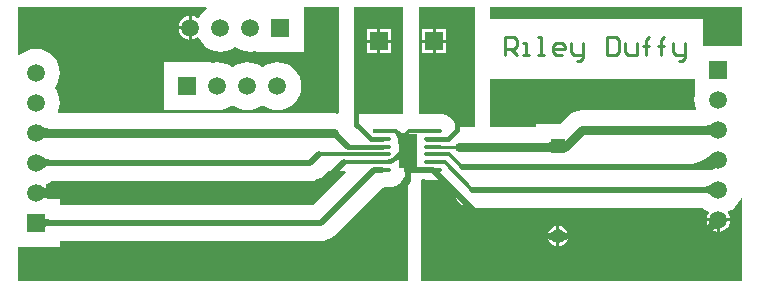
<source format=gtl>
%FSLAX25Y25*%
%MOIN*%
G70*
G01*
G75*
G04 Layer_Physical_Order=1*
G04 Layer_Color=255*
%ADD10C,0.02000*%
%ADD11C,0.01200*%
%ADD12C,0.03000*%
%ADD13R,0.06000X0.06000*%
%ADD14R,0.06496X0.11201*%
%ADD15O,0.05906X0.01654*%
%ADD16R,0.05906X0.01654*%
%ADD17C,0.01000*%
%ADD18C,0.01500*%
%ADD19R,0.05906X0.05906*%
%ADD20C,0.05906*%
%ADD21R,0.04724X0.04724*%
%ADD22C,0.04724*%
%ADD23R,0.05906X0.05906*%
G36*
X246500Y443327D02*
X231547D01*
Y438181D01*
X230845D01*
X230000Y439026D01*
Y478953D01*
X246500D01*
Y443327D01*
D02*
G37*
G36*
X270240Y438913D02*
X264882D01*
X264235Y438849D01*
X263964Y439741D01*
X263423Y440753D01*
X262695Y441640D01*
X261808Y442368D01*
X260796Y442909D01*
X259697Y443243D01*
X258555Y443355D01*
X254303D01*
X253161Y443243D01*
X252851Y443148D01*
X251700D01*
X251543Y443327D01*
Y478953D01*
X270240D01*
Y438913D01*
D02*
G37*
G36*
X359453Y465953D02*
X346481D01*
Y474998D01*
X275283D01*
Y478953D01*
X359453D01*
Y465953D01*
D02*
G37*
G36*
X227186Y423712D02*
X216503Y413029D01*
X131953D01*
Y414953D01*
X127880D01*
X127603Y415369D01*
X127851Y415968D01*
X127921Y416500D01*
X124000D01*
Y417500D01*
X127921D01*
X127851Y418032D01*
X127453Y418993D01*
X127234Y419279D01*
X127339Y419767D01*
X128440Y420356D01*
X129190Y420971D01*
X215500D01*
X216676Y421087D01*
X217807Y421430D01*
X217807Y421430D01*
X217807Y421430D01*
X218849Y421987D01*
X219763Y422737D01*
X219763Y422737D01*
X219763Y422737D01*
X221201Y424174D01*
X226995D01*
X227186Y423712D01*
D02*
G37*
G36*
X248000Y387547D02*
X118047D01*
Y399047D01*
X131953D01*
Y400971D01*
X219000D01*
X220176Y401087D01*
X221307Y401430D01*
X222350Y401987D01*
X223263Y402737D01*
X239202Y418676D01*
X239500D01*
X240676Y418791D01*
X240868Y418850D01*
X241626D01*
X242768Y418962D01*
X243867Y419295D01*
X244879Y419837D01*
X245048Y419975D01*
D01*
X245766Y420565D01*
X246494Y421452D01*
X247035Y422464D01*
X247368Y423562D01*
X247451Y424400D01*
X248000D01*
Y387547D01*
D02*
G37*
G36*
X224957Y443760D02*
X224586Y443424D01*
X223500Y443532D01*
X131629D01*
X131383Y443942D01*
X131838Y445441D01*
X131991Y447000D01*
X131838Y448559D01*
X131383Y450058D01*
X130645Y451440D01*
X130185Y452000D01*
X130645Y452560D01*
X131383Y453942D01*
X131838Y455441D01*
X131991Y457000D01*
X131838Y458559D01*
X131383Y460058D01*
X130645Y461440D01*
X129651Y462651D01*
X128440Y463645D01*
X127058Y464383D01*
X125559Y464838D01*
X124000Y464991D01*
X122441Y464838D01*
X120942Y464383D01*
X119560Y463645D01*
X118500Y462774D01*
X118047Y462988D01*
Y477502D01*
Y478953D01*
X180694D01*
X180862Y478482D01*
X179849Y477651D01*
X178856Y476440D01*
X178267Y475339D01*
X177779Y475234D01*
X177493Y475453D01*
X176532Y475851D01*
X176000Y475921D01*
Y472000D01*
Y468079D01*
X176532Y468149D01*
X177493Y468547D01*
X177779Y468766D01*
X178267Y468661D01*
X178856Y467560D01*
X179849Y466349D01*
X181060Y465355D01*
X182442Y464617D01*
X183941Y464162D01*
X185500Y464009D01*
X187059Y464162D01*
X188558Y464617D01*
X189940Y465355D01*
X190500Y465815D01*
X191060Y465355D01*
X192442Y464617D01*
X193941Y464162D01*
X195500Y464009D01*
X197059Y464162D01*
X197295Y464234D01*
X197547Y464047D01*
Y464047D01*
X213453D01*
Y477873D01*
Y478953D01*
X224957D01*
Y443760D01*
D02*
G37*
G36*
X343547Y450047D02*
X343547D01*
X343734Y449795D01*
X343662Y449559D01*
X343509Y448000D01*
X343662Y446441D01*
X344117Y444942D01*
X343871Y444531D01*
X306000D01*
X304726Y444406D01*
X303501Y444034D01*
X302371Y443431D01*
X301382Y442618D01*
X298625Y439862D01*
X290638D01*
Y438913D01*
X275283D01*
Y455001D01*
X343547D01*
Y450047D01*
D02*
G37*
G36*
X253161Y421521D02*
X254303Y421409D01*
X258103D01*
X264057Y415455D01*
X264487Y414650D01*
X265237Y413737D01*
X266150Y412987D01*
X267193Y412430D01*
X268324Y412087D01*
X269500Y411971D01*
X346310D01*
X347060Y411355D01*
X348161Y410767D01*
X348266Y410279D01*
X348047Y409993D01*
X347649Y409032D01*
X347579Y408500D01*
X355421D01*
X355351Y409032D01*
X354953Y409993D01*
X354734Y410279D01*
X354839Y410767D01*
X355940Y411355D01*
X357151Y412349D01*
X358144Y413560D01*
X358883Y414942D01*
X358958Y415189D01*
X359453Y415116D01*
Y387547D01*
X252492D01*
Y421305D01*
X252894Y421602D01*
X253161Y421521D01*
D02*
G37*
%LPC*%
G36*
X355421Y407500D02*
X352000D01*
Y404079D01*
X352532Y404149D01*
X353493Y404547D01*
X354319Y405181D01*
X354953Y406007D01*
X355351Y406968D01*
X355421Y407500D01*
D02*
G37*
G36*
X301325Y402000D02*
X298500D01*
Y399175D01*
X298878Y399224D01*
X299696Y399563D01*
X300398Y400102D01*
X300937Y400804D01*
X301276Y401622D01*
X301325Y402000D01*
D02*
G37*
G36*
X297500D02*
X294675D01*
X294724Y401622D01*
X295063Y400804D01*
X295602Y400102D01*
X296304Y399563D01*
X297122Y399224D01*
X297500Y399175D01*
Y402000D01*
D02*
G37*
G36*
Y405825D02*
X297122Y405776D01*
X296304Y405437D01*
X295602Y404898D01*
X295063Y404196D01*
X294724Y403378D01*
X294675Y403000D01*
X297500D01*
Y405825D01*
D02*
G37*
G36*
X351000Y407500D02*
X347579D01*
X347649Y406968D01*
X348047Y406007D01*
X348681Y405181D01*
X349507Y404547D01*
X350468Y404149D01*
X351000Y404079D01*
Y407500D01*
D02*
G37*
G36*
X298500Y405825D02*
Y403000D01*
X301325D01*
X301276Y403378D01*
X300937Y404196D01*
X300398Y404898D01*
X299696Y405437D01*
X298878Y405776D01*
X298500Y405825D01*
D02*
G37*
G36*
X256250Y471500D02*
X252750D01*
Y468000D01*
X256250D01*
Y471500D01*
D02*
G37*
G36*
X242250D02*
X238750D01*
Y468000D01*
X242250D01*
Y471500D01*
D02*
G37*
G36*
X260750D02*
X257250D01*
Y468000D01*
X260750D01*
Y471500D01*
D02*
G37*
G36*
X175000Y475921D02*
X174468Y475851D01*
X173507Y475453D01*
X172681Y474819D01*
X172047Y473993D01*
X171649Y473032D01*
X171579Y472500D01*
X175000D01*
Y475921D01*
D02*
G37*
G36*
Y471500D02*
X171579D01*
X171649Y470968D01*
X172047Y470007D01*
X172681Y469181D01*
X173507Y468547D01*
X174468Y468149D01*
X175000Y468079D01*
Y471500D01*
D02*
G37*
G36*
X237750D02*
X234250D01*
Y468000D01*
X237750D01*
Y471500D01*
D02*
G37*
G36*
Y467000D02*
X234250D01*
Y463500D01*
X237750D01*
Y467000D01*
D02*
G37*
G36*
X204500Y460491D02*
X202941Y460338D01*
X201442Y459883D01*
X200060Y459144D01*
X199500Y458685D01*
X198940Y459144D01*
X197558Y459883D01*
X196059Y460338D01*
X194500Y460491D01*
X192941Y460338D01*
X191442Y459883D01*
X190060Y459144D01*
X189500Y458685D01*
X188940Y459144D01*
X187558Y459883D01*
X186059Y460338D01*
X184500Y460491D01*
X182941Y460338D01*
X182705Y460266D01*
X182453Y460453D01*
Y460453D01*
X166547D01*
Y444547D01*
X182453D01*
Y444547D01*
X182705Y444734D01*
X182941Y444662D01*
X184500Y444509D01*
X186059Y444662D01*
X187558Y445117D01*
X188940Y445856D01*
X189500Y446315D01*
X190060Y445856D01*
X191442Y445117D01*
X192941Y444662D01*
X194500Y444509D01*
X196059Y444662D01*
X197558Y445117D01*
X198940Y445856D01*
X199500Y446315D01*
X200060Y445856D01*
X201442Y445117D01*
X202941Y444662D01*
X204500Y444509D01*
X206059Y444662D01*
X207558Y445117D01*
X208940Y445856D01*
X210151Y446849D01*
X211144Y448060D01*
X211883Y449442D01*
X212338Y450941D01*
X212491Y452500D01*
X212338Y454059D01*
X211883Y455558D01*
X211144Y456940D01*
X210151Y458151D01*
X208940Y459144D01*
X207558Y459883D01*
X206059Y460338D01*
X204500Y460491D01*
D02*
G37*
G36*
X242250Y467000D02*
X238750D01*
Y463500D01*
X242250D01*
Y467000D01*
D02*
G37*
G36*
X260750D02*
X257250D01*
Y463500D01*
X260750D01*
Y467000D01*
D02*
G37*
G36*
X256250D02*
X252750D01*
Y463500D01*
X256250D01*
Y467000D01*
D02*
G37*
%LPD*%
D10*
X247976Y431044D02*
G03*
X246000Y427739I1775J-3305D01*
G01*
X297037Y401537D02*
G03*
X294711Y402500I-2325J-2325D01*
G01*
D02*
G03*
X297037Y403463I0J3289D01*
G01*
X298963D02*
G03*
X301289Y402500I2325J2325D01*
G01*
D02*
G03*
X298963Y401537I0J-3289D01*
G01*
X125381Y428381D02*
G03*
X128714Y427000I3334J3334D01*
G01*
D02*
G03*
X125381Y425619I0J-4714D01*
G01*
Y408381D02*
G03*
X128714Y407000I3334J3334D01*
G01*
D02*
G03*
X125381Y405619I0J-4714D01*
G01*
X351500Y406047D02*
G03*
X348166Y404666I0J-4714D01*
G01*
X348166Y404666D02*
G03*
X349547Y408000I-3334J3334D01*
G01*
X350119Y416619D02*
G03*
X346786Y418000I-3334J-3334D01*
G01*
D02*
G03*
X350119Y419381I0J4714D01*
G01*
X345579Y425500D02*
G03*
X351533Y427967I0J8422D01*
G01*
X340750Y425500D02*
G03*
X350119Y429381I0J13250D01*
G01*
X351066Y426096D02*
G03*
X349000Y425500I-494J-2168D01*
G01*
X349000Y425500D02*
G03*
X349596Y427566I-1573J1573D01*
G01*
X249590Y427058D02*
G03*
X248000Y423220I3838J-3838D01*
G01*
D02*
G03*
X246410Y427058I-5427J0D01*
G01*
X249145Y426713D02*
G03*
X248000Y424705I1188J-2008D01*
G01*
D02*
G03*
X246855Y426713I-2333J0D01*
G01*
X249145D02*
G03*
X248000Y424705I1188J-2008D01*
G01*
D02*
G03*
X246855Y426713I-2333J0D01*
G01*
X249145D02*
G03*
X248000Y424705I1188J-2008D01*
G01*
D02*
G03*
X246855Y426713I-2333J0D01*
G01*
X247000Y420000D02*
X248000Y421000D01*
X223500Y437000D02*
X228118Y432382D01*
X346000Y402500D02*
X351500Y408000D01*
X349000Y425500D02*
X351500Y428000D01*
X266000Y425500D02*
X349000D01*
X215500Y427000D02*
X218323Y429823D01*
X124000Y427000D02*
X215500D01*
X216500Y417000D02*
X226764Y427264D01*
X236705Y424705D02*
X239500D01*
X219000Y407000D02*
X236705Y424705D01*
X124000Y407000D02*
X219000D01*
X277682Y402500D02*
X346000D01*
X248000Y421000D02*
Y424705D01*
X259500Y421500D02*
Y421634D01*
X256429Y424705D02*
X259500Y421634D01*
X256429Y424705D02*
X256429Y424705D01*
X248000Y424705D02*
X256429D01*
X259500Y421500D02*
X281705Y399295D01*
X269500Y418000D02*
X351500D01*
D11*
X246101Y432384D02*
G03*
X246486Y433979I-1733J1263D01*
G01*
X247728Y429883D02*
G03*
X243774Y428774I-991J-4073D01*
G01*
X247445Y428717D02*
G03*
X242264Y427264I-1298J-5335D01*
G01*
X241626Y427491D02*
G03*
X243102Y428102I0J2087D01*
G01*
X246560Y433506D02*
G03*
X245776Y435724I-2713J289D01*
G01*
X245367Y433633D02*
G03*
X244000Y437500I-4731J503D01*
G01*
X244000Y437500D02*
G03*
X247878Y435998I3640J3640D01*
G01*
X242264Y427264D02*
X246000Y431000D01*
X226764Y427264D02*
X242264D01*
X246000Y435000D02*
X248500Y437500D01*
X246000Y435000D02*
Y435500D01*
X244000Y437500D02*
X246000Y435500D01*
X239500Y437500D02*
X244000D01*
X261677Y429823D02*
X266000Y425500D01*
X218323Y429823D02*
X239500D01*
X256429D02*
X261677D01*
X256429Y429823D02*
X256429Y429823D01*
X260236Y427264D02*
X269500Y418000D01*
X256429Y427264D02*
X260236D01*
X248500Y437500D02*
X256429D01*
D12*
X295633Y432382D02*
G03*
X297390Y433110I0J2485D01*
G01*
X298610D02*
G03*
X300367Y432382I1757J1757D01*
G01*
X125027Y438027D02*
G03*
X127507Y437000I2480J2480D01*
G01*
D02*
G03*
X125027Y435973I0J-3507D01*
G01*
Y418027D02*
G03*
X127507Y417000I2480J2480D01*
G01*
D02*
G03*
X125027Y415973I0J-3507D01*
G01*
X350473Y436973D02*
G03*
X347993Y438000I-2480J-2480D01*
G01*
D02*
G03*
X350473Y439027I0J3507D01*
G01*
X306000Y438000D02*
X351500D01*
X300382Y432382D02*
X306000Y438000D01*
X124000Y437000D02*
X223500D01*
X124000Y417000D02*
X216500D01*
X264882Y432382D02*
X287500D01*
X300382D01*
D13*
X238250Y467500D02*
D03*
X256750D02*
D03*
D14*
X248000Y431000D02*
D03*
D15*
X256429Y424705D02*
D03*
Y427264D02*
D03*
Y429823D02*
D03*
Y432382D02*
D03*
Y434941D02*
D03*
Y437500D02*
D03*
X239500Y424705D02*
D03*
Y427264D02*
D03*
Y429823D02*
D03*
Y432382D02*
D03*
Y434941D02*
D03*
D16*
Y437500D02*
D03*
D17*
X254500Y432382D02*
X264882D01*
X280500Y463000D02*
Y468998D01*
X283499D01*
X284499Y467998D01*
Y465999D01*
X283499Y464999D01*
X280500D01*
X282499D02*
X284499Y463000D01*
X286498D02*
X288497D01*
X287498D01*
Y466999D01*
X286498D01*
X291496Y463000D02*
X293496D01*
X292496D01*
Y468998D01*
X291496D01*
X299494Y463000D02*
X297495D01*
X296495Y464000D01*
Y465999D01*
X297495Y466999D01*
X299494D01*
X300494Y465999D01*
Y464999D01*
X296495D01*
X302493Y466999D02*
Y464000D01*
X303493Y463000D01*
X306492D01*
Y462000D01*
X305492Y461001D01*
X304492D01*
X306492Y463000D02*
Y466999D01*
X314489Y468998D02*
Y463000D01*
X317488D01*
X318488Y464000D01*
Y467998D01*
X317488Y468998D01*
X314489D01*
X320487Y466999D02*
Y464000D01*
X321487Y463000D01*
X324486D01*
Y466999D01*
X327485Y463000D02*
Y467998D01*
Y465999D01*
X326485D01*
X328485D01*
X327485D01*
Y467998D01*
X328485Y468998D01*
X332483Y463000D02*
Y467998D01*
Y465999D01*
X331484D01*
X333483D01*
X332483D01*
Y467998D01*
X333483Y468998D01*
X336482Y466999D02*
Y464000D01*
X337482Y463000D01*
X340481D01*
Y462000D01*
X339481Y461001D01*
X338481D01*
X340481Y463000D02*
Y466999D01*
D18*
X230787Y439787D02*
X235606Y434967D01*
X228118Y432382D02*
X239500D01*
X235559Y434941D02*
X239500D01*
X254461Y434941D02*
X261441D01*
X264500Y438000D01*
Y441000D01*
D19*
X351500Y458000D02*
D03*
X124000Y407000D02*
D03*
D20*
X351500Y448000D02*
D03*
Y438000D02*
D03*
Y428000D02*
D03*
Y418000D02*
D03*
Y408000D02*
D03*
X124000Y417000D02*
D03*
Y427000D02*
D03*
Y437000D02*
D03*
Y447000D02*
D03*
Y457000D02*
D03*
X195500Y472000D02*
D03*
X185500D02*
D03*
X175500D02*
D03*
X184500Y452500D02*
D03*
X194500D02*
D03*
X204500D02*
D03*
D21*
X298000Y432500D02*
D03*
D22*
Y402500D02*
D03*
D23*
X205500Y472000D02*
D03*
X174500Y452500D02*
D03*
M02*

</source>
